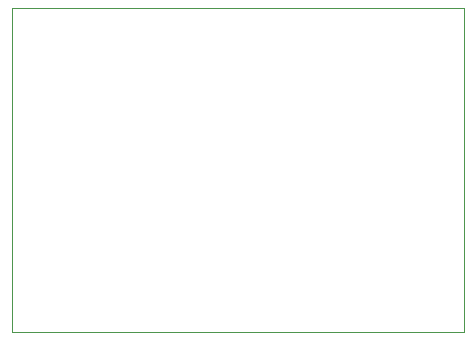
<source format=gbr>
%TF.GenerationSoftware,KiCad,Pcbnew,5.1.8-db9833491~88~ubuntu20.04.1*%
%TF.CreationDate,2021-01-09T18:38:11-05:00*%
%TF.ProjectId,v2.1_breakout,76322e31-5f62-4726-9561-6b6f75742e6b,rev?*%
%TF.SameCoordinates,Original*%
%TF.FileFunction,Profile,NP*%
%FSLAX46Y46*%
G04 Gerber Fmt 4.6, Leading zero omitted, Abs format (unit mm)*
G04 Created by KiCad (PCBNEW 5.1.8-db9833491~88~ubuntu20.04.1) date 2021-01-09 18:38:11*
%MOMM*%
%LPD*%
G01*
G04 APERTURE LIST*
%TA.AperFunction,Profile*%
%ADD10C,0.050000*%
%TD*%
G04 APERTURE END LIST*
D10*
X42200000Y-173000000D02*
X68500000Y-173000000D01*
X42200000Y-172500000D02*
X42200000Y-173000000D01*
X42200000Y-145600000D02*
X42200000Y-172500000D01*
X80500000Y-145600000D02*
X42200000Y-145600000D01*
X80500000Y-173000000D02*
X80500000Y-145600000D01*
X68500000Y-173000000D02*
X80500000Y-173000000D01*
M02*

</source>
